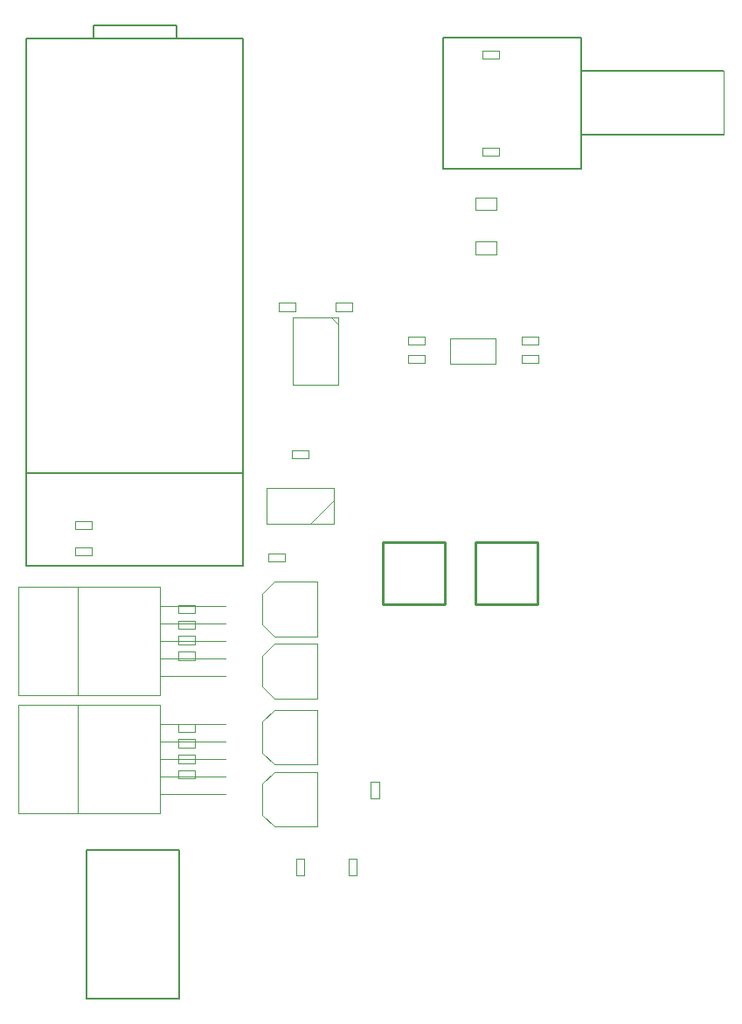
<source format=gbr>
%TF.GenerationSoftware,Altium Limited,Altium Designer,25.2.1 (25)*%
G04 Layer_Color=16711833*
%FSLAX43Y43*%
%MOMM*%
%TF.SameCoordinates,F457C3C9-6880-4064-B818-50B76E06CF19*%
%TF.FilePolarity,Positive*%
%TF.FileFunction,Other,Mechanical_13*%
%TF.Part,Single*%
G01*
G75*
%TA.AperFunction,NonConductor*%
%ADD34C,0.200*%
%ADD36C,0.254*%
%ADD60C,0.100*%
%ADD61C,0.127*%
D34*
X9300Y-4700D02*
Y9700D01*
X18300D01*
Y-4700D02*
Y9700D01*
X9300Y-4700D02*
X18300D01*
X3500Y88220D02*
X24500D01*
X3500Y37220D02*
Y88220D01*
Y37220D02*
X24500D01*
Y88220D01*
X18000D02*
Y89520D01*
X10000Y88220D02*
Y89520D01*
X18000D01*
X3500Y46210D02*
X24500D01*
D36*
X47005Y33505D02*
X52995D01*
X47005D02*
Y39495D01*
X52995D01*
Y33505D02*
Y39495D01*
X43995Y33505D02*
Y39495D01*
X38005D02*
X43995D01*
X38005Y33505D02*
Y39495D01*
Y33505D02*
X43995D01*
D60*
X16438Y13250D02*
Y23750D01*
X8438Y13250D02*
X16438D01*
X8438Y23750D02*
X16438D01*
X8438Y13250D02*
Y23750D01*
X2688Y13250D02*
Y23750D01*
X2688D02*
X8438D01*
X2688Y13250D02*
X8438D01*
X16438Y18500D02*
X22812D01*
X16438Y16800D02*
X22812D01*
X16438Y15100D02*
X22812D01*
X16438Y20200D02*
X22812D01*
X16438Y21900D02*
X22812D01*
X16438Y24650D02*
Y35150D01*
X8438Y24650D02*
X16438D01*
X8438Y35150D02*
X16438D01*
X8438Y24650D02*
Y35150D01*
X2688Y24650D02*
Y35150D01*
X2688D02*
X8438D01*
X2688Y24650D02*
X8438D01*
X16438Y29900D02*
X22812D01*
X16438Y28200D02*
X22812D01*
X16438Y26500D02*
X22812D01*
X16438Y31600D02*
X22812D01*
X16438Y33300D02*
X22812D01*
X33450Y61850D02*
Y62650D01*
X35050D01*
Y61850D02*
Y62650D01*
X33450Y61850D02*
X35050D01*
X51450Y56850D02*
X53050D01*
Y57650D01*
X51450D02*
X53050D01*
X51450Y56850D02*
Y57650D01*
Y58600D02*
X53050D01*
Y59400D01*
X51450D02*
X53050D01*
X51450Y58600D02*
Y59400D01*
X29600Y7200D02*
Y8800D01*
Y7200D02*
X30400D01*
Y8800D01*
X29600D02*
X30400D01*
X34680Y7200D02*
Y8800D01*
Y7200D02*
X35480D01*
Y8800D01*
X34680D02*
X35480D01*
X8200Y38990D02*
X9800D01*
X8200Y38190D02*
Y38990D01*
Y38190D02*
X9800D01*
Y38990D01*
X8200Y41530D02*
X9800D01*
X8200Y40730D02*
Y41530D01*
Y40730D02*
X9800D01*
Y41530D01*
X47700Y77700D02*
X49300D01*
X47700Y76900D02*
Y77700D01*
Y76900D02*
X49300D01*
Y77700D01*
X47700Y87100D02*
X49300D01*
X47700Y86300D02*
Y87100D01*
Y86300D02*
X49300D01*
Y87100D01*
X40450Y58600D02*
Y59400D01*
X42050D01*
Y58600D02*
Y59400D01*
X40450Y58600D02*
X42050D01*
X29550Y61850D02*
Y62650D01*
X27950Y61850D02*
X29550D01*
X27950D02*
Y62650D01*
X29550D01*
X40450Y56850D02*
Y57650D01*
X42050D01*
Y56850D02*
Y57650D01*
X40450Y56850D02*
X42050D01*
X36850Y16300D02*
X37650D01*
Y14700D02*
Y16300D01*
X36850Y14700D02*
X37650D01*
X36850D02*
Y16300D01*
X18200Y32600D02*
X19800D01*
Y33400D01*
X18200D02*
X19800D01*
X18200Y32600D02*
Y33400D01*
Y21100D02*
X19800D01*
Y21900D01*
X18200D02*
X19800D01*
X18200Y21100D02*
Y21900D01*
Y19600D02*
X19800D01*
Y20400D01*
X18200D02*
X19800D01*
X18200Y19600D02*
Y20400D01*
Y31100D02*
X19800D01*
Y31900D01*
X18200D02*
X19800D01*
X18200Y31100D02*
Y31900D01*
Y16600D02*
Y17400D01*
X19800D01*
Y16600D02*
Y17400D01*
X18200Y16600D02*
X19800D01*
X26350Y13100D02*
X27500Y11950D01*
X31650D01*
Y17250D01*
X27500D02*
X31650D01*
X26350Y16100D02*
X27500Y17250D01*
X26350Y13100D02*
Y16100D01*
Y13100D02*
X27500Y11950D01*
X18200Y18100D02*
Y18900D01*
X19800D01*
Y18100D02*
Y18900D01*
X18200Y18100D02*
X19800D01*
X18200Y28100D02*
Y28900D01*
X19800D01*
Y28100D02*
Y28900D01*
X18200Y28100D02*
X19800D01*
X18200Y29600D02*
Y30400D01*
X19800D01*
Y29600D02*
Y30400D01*
X18200Y29600D02*
X19800D01*
X30800Y47600D02*
Y48400D01*
X29200Y47600D02*
X30800D01*
X29200D02*
Y48400D01*
X30800D01*
X33050Y61250D02*
X33700Y60600D01*
Y54750D02*
Y61250D01*
X29300Y54750D02*
X33700D01*
X29300D02*
Y61250D01*
X33700D01*
X28550Y37600D02*
Y38400D01*
X26950Y37600D02*
X28550D01*
X26950D02*
Y38400D01*
X28550D01*
X30950Y41250D02*
X33250Y43550D01*
X26750Y41250D02*
X33250D01*
X26750D02*
Y44750D01*
X33250D01*
Y41250D02*
Y44750D01*
X44550Y59200D02*
X48950D01*
X44550Y56800D02*
Y59200D01*
Y56800D02*
X48950D01*
Y59200D01*
X47000Y71625D02*
X49000D01*
Y72875D01*
X47000D02*
X49000D01*
X47000Y71625D02*
Y72875D01*
X26350Y25500D02*
X27500Y24350D01*
X31650D01*
Y29650D01*
X27500D02*
X31650D01*
X26350Y28500D02*
X27500Y29650D01*
X26350Y25500D02*
Y28500D01*
Y25500D02*
X27500Y24350D01*
X26350Y31500D02*
X27500Y30350D01*
X31650D01*
Y35650D01*
X27500D02*
X31650D01*
X26350Y34500D02*
X27500Y35650D01*
X26350Y31500D02*
Y34500D01*
Y31500D02*
X27500Y30350D01*
X26350Y19100D02*
X27500Y17950D01*
X26350Y19100D02*
Y22100D01*
X27500Y23250D01*
X31650D01*
Y17950D02*
Y23250D01*
X27500Y17950D02*
X31650D01*
X26350Y19100D02*
X27500Y17950D01*
X71015Y78915D02*
Y85085D01*
X47000Y67375D02*
Y68625D01*
X49000D01*
Y67375D02*
Y68625D01*
X47000Y67375D02*
X49000D01*
D61*
X57200Y78915D02*
X71015D01*
X57200Y85085D02*
X71015D01*
X43865Y88350D02*
X57200D01*
Y85085D02*
Y88350D01*
Y78915D02*
Y85085D01*
Y75650D02*
Y78915D01*
X43865Y75650D02*
X57200D01*
X43865D02*
Y88350D01*
%TF.MD5,235420dfb17c0024677b825de61c9cf3*%
M02*

</source>
